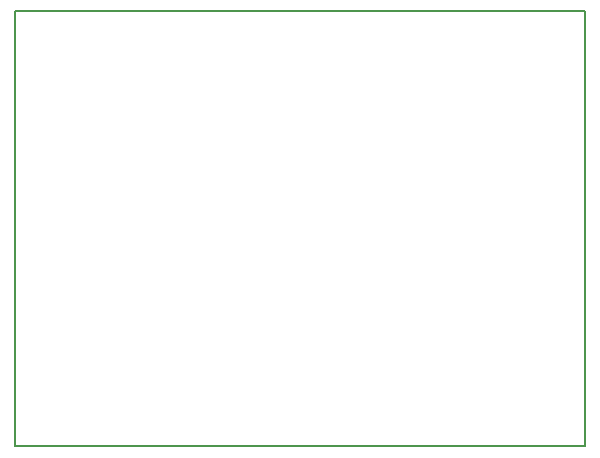
<source format=gbr>
G04 #@! TF.FileFunction,Profile,NP*
%FSLAX46Y46*%
G04 Gerber Fmt 4.6, Leading zero omitted, Abs format (unit mm)*
G04 Created by KiCad (PCBNEW 4.0.5+dfsg1-4) date Thu Jul 27 00:16:59 2017*
%MOMM*%
%LPD*%
G01*
G04 APERTURE LIST*
%ADD10C,0.100000*%
%ADD11C,0.150000*%
G04 APERTURE END LIST*
D10*
D11*
X132080000Y-139700000D02*
X132080000Y-102870000D01*
X180340000Y-139700000D02*
X132080000Y-139700000D01*
X180340000Y-102870000D02*
X180340000Y-139700000D01*
X132080000Y-102870000D02*
X180340000Y-102870000D01*
M02*

</source>
